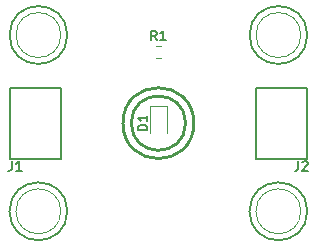
<source format=gbr>
%TF.GenerationSoftware,KiCad,Pcbnew,7.0.2-6a45011f42~172~ubuntu22.04.1*%
%TF.CreationDate,2023-09-05T10:17:09-07:00*%
%TF.ProjectId,basic_led,62617369-635f-46c6-9564-2e6b69636164,rev?*%
%TF.SameCoordinates,Original*%
%TF.FileFunction,Legend,Top*%
%TF.FilePolarity,Positive*%
%FSLAX46Y46*%
G04 Gerber Fmt 4.6, Leading zero omitted, Abs format (unit mm)*
G04 Created by KiCad (PCBNEW 7.0.2-6a45011f42~172~ubuntu22.04.1) date 2023-09-05 10:17:09*
%MOMM*%
%LPD*%
G01*
G04 APERTURE LIST*
%ADD10C,0.250000*%
%ADD11C,0.160000*%
%ADD12C,0.050000*%
%ADD13C,0.150000*%
%ADD14C,0.120000*%
G04 APERTURE END LIST*
D10*
X65000000Y-60000000D02*
G75*
G03*
X65000000Y-60000000I-2300000J0D01*
G01*
X65700000Y-60000000D02*
G75*
G03*
X65700000Y-60000000I-3000000J0D01*
G01*
D11*
%TO.C,D1*%
X61770095Y-60590475D02*
X60970095Y-60590475D01*
X60970095Y-60590475D02*
X60970095Y-60399999D01*
X60970095Y-60399999D02*
X61008190Y-60285713D01*
X61008190Y-60285713D02*
X61084380Y-60209523D01*
X61084380Y-60209523D02*
X61160571Y-60171428D01*
X61160571Y-60171428D02*
X61312952Y-60133332D01*
X61312952Y-60133332D02*
X61427238Y-60133332D01*
X61427238Y-60133332D02*
X61579619Y-60171428D01*
X61579619Y-60171428D02*
X61655809Y-60209523D01*
X61655809Y-60209523D02*
X61732000Y-60285713D01*
X61732000Y-60285713D02*
X61770095Y-60399999D01*
X61770095Y-60399999D02*
X61770095Y-60590475D01*
X61770095Y-59371428D02*
X61770095Y-59828571D01*
X61770095Y-59599999D02*
X60970095Y-59599999D01*
X60970095Y-59599999D02*
X61084380Y-59676190D01*
X61084380Y-59676190D02*
X61160571Y-59752380D01*
X61160571Y-59752380D02*
X61198666Y-59828571D01*
%TO.C,J1*%
X50313333Y-63210095D02*
X50313333Y-63781523D01*
X50313333Y-63781523D02*
X50275238Y-63895809D01*
X50275238Y-63895809D02*
X50199047Y-63972000D01*
X50199047Y-63972000D02*
X50084762Y-64010095D01*
X50084762Y-64010095D02*
X50008571Y-64010095D01*
X51113333Y-64010095D02*
X50656190Y-64010095D01*
X50884762Y-64010095D02*
X50884762Y-63210095D01*
X50884762Y-63210095D02*
X50808571Y-63324380D01*
X50808571Y-63324380D02*
X50732381Y-63400571D01*
X50732381Y-63400571D02*
X50656190Y-63438666D01*
%TO.C,J2*%
X74553333Y-63210095D02*
X74553333Y-63781523D01*
X74553333Y-63781523D02*
X74515238Y-63895809D01*
X74515238Y-63895809D02*
X74439047Y-63972000D01*
X74439047Y-63972000D02*
X74324762Y-64010095D01*
X74324762Y-64010095D02*
X74248571Y-64010095D01*
X74896190Y-63286285D02*
X74934286Y-63248190D01*
X74934286Y-63248190D02*
X75010476Y-63210095D01*
X75010476Y-63210095D02*
X75200952Y-63210095D01*
X75200952Y-63210095D02*
X75277143Y-63248190D01*
X75277143Y-63248190D02*
X75315238Y-63286285D01*
X75315238Y-63286285D02*
X75353333Y-63362476D01*
X75353333Y-63362476D02*
X75353333Y-63438666D01*
X75353333Y-63438666D02*
X75315238Y-63552952D01*
X75315238Y-63552952D02*
X74858095Y-64010095D01*
X74858095Y-64010095D02*
X75353333Y-64010095D01*
%TO.C,R1*%
X62566667Y-52970095D02*
X62300000Y-52589142D01*
X62109524Y-52970095D02*
X62109524Y-52170095D01*
X62109524Y-52170095D02*
X62414286Y-52170095D01*
X62414286Y-52170095D02*
X62490476Y-52208190D01*
X62490476Y-52208190D02*
X62528571Y-52246285D01*
X62528571Y-52246285D02*
X62566667Y-52322476D01*
X62566667Y-52322476D02*
X62566667Y-52436761D01*
X62566667Y-52436761D02*
X62528571Y-52512952D01*
X62528571Y-52512952D02*
X62490476Y-52551047D01*
X62490476Y-52551047D02*
X62414286Y-52589142D01*
X62414286Y-52589142D02*
X62109524Y-52589142D01*
X63328571Y-52970095D02*
X62871428Y-52970095D01*
X63100000Y-52970095D02*
X63100000Y-52170095D01*
X63100000Y-52170095D02*
X63023809Y-52284380D01*
X63023809Y-52284380D02*
X62947619Y-52360571D01*
X62947619Y-52360571D02*
X62871428Y-52398666D01*
D12*
%TO.C,M1*%
X54440000Y-52540000D02*
G75*
G03*
X54440000Y-52540000I-1900000J0D01*
G01*
D13*
X54990000Y-52540000D02*
G75*
G03*
X54990000Y-52540000I-2450000J0D01*
G01*
D12*
%TO.C,M2*%
X74760000Y-52540000D02*
G75*
G03*
X74760000Y-52540000I-1900000J0D01*
G01*
D13*
X75310000Y-52540000D02*
G75*
G03*
X75310000Y-52540000I-2450000J0D01*
G01*
D12*
%TO.C,M3*%
X74760000Y-67460000D02*
G75*
G03*
X74760000Y-67460000I-1900000J0D01*
G01*
D13*
X75310000Y-67460000D02*
G75*
G03*
X75310000Y-67460000I-2450000J0D01*
G01*
D12*
%TO.C,M4*%
X54440000Y-67460000D02*
G75*
G03*
X54440000Y-67460000I-1900000J0D01*
G01*
D13*
X54990000Y-67460000D02*
G75*
G03*
X54990000Y-67460000I-2450000J0D01*
G01*
D14*
%TO.C,D1*%
X63435000Y-58515000D02*
X61965000Y-58515000D01*
X61965000Y-58515000D02*
X61965000Y-60800000D01*
X63435000Y-60800000D02*
X63435000Y-58515000D01*
D13*
%TO.C,J1*%
X54475000Y-63000000D02*
X50125000Y-63000000D01*
X50125000Y-60000000D02*
X50125000Y-63000000D01*
X50125000Y-57000000D02*
X50125000Y-60000000D01*
X50125000Y-57000000D02*
X54475000Y-57000000D01*
X54475000Y-57000000D02*
X54475000Y-63000000D01*
%TO.C,J2*%
X70925000Y-57000000D02*
X75275000Y-57000000D01*
X75275000Y-60000000D02*
X75275000Y-57000000D01*
X75275000Y-63000000D02*
X75275000Y-60000000D01*
X75275000Y-63000000D02*
X70925000Y-63000000D01*
X70925000Y-63000000D02*
X70925000Y-57000000D01*
D14*
%TO.C,R1*%
X62937258Y-54522500D02*
X62462742Y-54522500D01*
X62937258Y-53477500D02*
X62462742Y-53477500D01*
%TD*%
M02*

</source>
